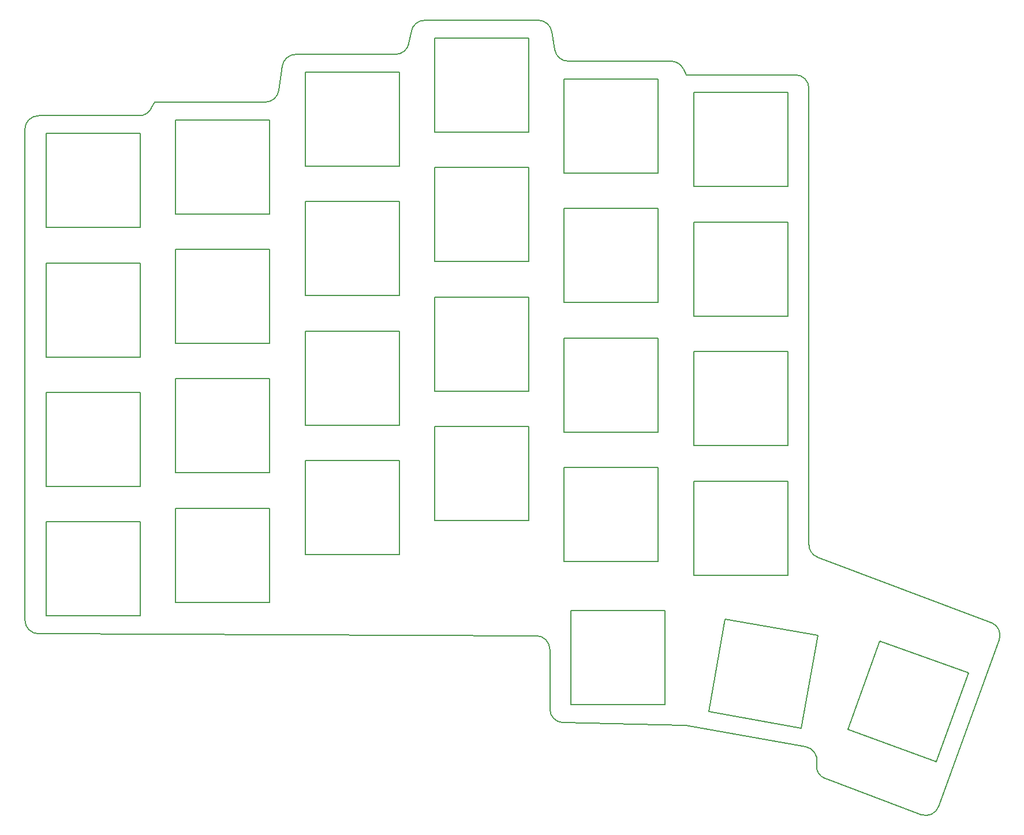
<source format=gbr>
%TF.GenerationSoftware,KiCad,Pcbnew,8.0.5-8.0.5-0~ubuntu20.04.1*%
%TF.CreationDate,2024-10-07T16:44:29+02:00*%
%TF.ProjectId,switchplate,73776974-6368-4706-9c61-74652e6b6963,v1.0.0*%
%TF.SameCoordinates,Original*%
%TF.FileFunction,Profile,NP*%
%FSLAX46Y46*%
G04 Gerber Fmt 4.6, Leading zero omitted, Abs format (unit mm)*
G04 Created by KiCad (PCBNEW 8.0.5-8.0.5-0~ubuntu20.04.1) date 2024-10-07 16:44:29*
%MOMM*%
%LPD*%
G01*
G04 APERTURE LIST*
%TA.AperFunction,Profile*%
%ADD10C,0.150000*%
%TD*%
G04 APERTURE END LIST*
D10*
X224021278Y-184856373D02*
X232914098Y-160423552D01*
X221438188Y-186044444D02*
X207387249Y-180762856D01*
X206121339Y-178543449D02*
X206145578Y-178405982D01*
X204523259Y-176089070D02*
X186945837Y-172989696D01*
X186645344Y-172959859D02*
X168953197Y-172545721D01*
X167000000Y-170546268D02*
X167000000Y-161801964D01*
X165008052Y-159801980D02*
X91991948Y-159508020D01*
X90000000Y-157508036D02*
X90000000Y-85500000D01*
X92000000Y-83500000D02*
X106763932Y-83500000D01*
X108552786Y-82394427D02*
X109000000Y-81500000D01*
X109000000Y-81500000D02*
X125265409Y-81500000D01*
X127245308Y-79782843D02*
X127754692Y-76217157D01*
X129734591Y-74500000D02*
X144360392Y-74500000D01*
X146321554Y-72892232D02*
X146678446Y-71107768D01*
X148639608Y-69500000D02*
X165305746Y-69500000D01*
X167278534Y-71171202D02*
X167721466Y-73828798D01*
X169694254Y-75500000D02*
X184763932Y-75500000D01*
X186552786Y-76605573D02*
X187000000Y-77500000D01*
X187000000Y-77500000D02*
X203000000Y-77500000D01*
X205000000Y-79500000D02*
X205000000Y-146415963D01*
X206295269Y-148287687D02*
X231739444Y-157867787D01*
X224021278Y-184856373D02*
G75*
G02*
X221438188Y-186044444I-1879385J684040D01*
G01*
X207387250Y-180762856D02*
G75*
G02*
X206121339Y-178543449I703705J1872111D01*
G01*
X204523259Y-176089071D02*
G75*
G02*
X206145578Y-178405982I-347296J-1969615D01*
G01*
X186645344Y-172959859D02*
G75*
G02*
X186945837Y-172989696I-46804J-1999453D01*
G01*
X168953197Y-172545720D02*
G75*
G02*
X167000000Y-170546268I46803J1999452D01*
G01*
X165008052Y-159801980D02*
G75*
G02*
X167000000Y-161801964I-8052J-1999984D01*
G01*
X91991948Y-159508020D02*
G75*
G02*
X90000000Y-157508036I8052J1999984D01*
G01*
X90000000Y-85500000D02*
G75*
G02*
X92000000Y-83500000I2000000J0D01*
G01*
X108552786Y-82394427D02*
G75*
G02*
X106763932Y-83500000I-1788854J894427D01*
G01*
X127245308Y-79782843D02*
G75*
G02*
X125265409Y-81500000I-1979899J282843D01*
G01*
X127754692Y-76217157D02*
G75*
G02*
X129734591Y-74500000I1979899J-282843D01*
G01*
X146321553Y-72892232D02*
G75*
G02*
X144360392Y-74500000I-1961161J392232D01*
G01*
X146678447Y-71107768D02*
G75*
G02*
X148639608Y-69500000I1961161J-392232D01*
G01*
X165305746Y-69500000D02*
G75*
G02*
X167278534Y-71171202I0J-2000000D01*
G01*
X169694254Y-75500000D02*
G75*
G02*
X167721466Y-73828798I0J2000000D01*
G01*
X184763932Y-75500000D02*
G75*
G02*
X186552786Y-76605573I0J-2000000D01*
G01*
X203000000Y-77500000D02*
G75*
G02*
X205000000Y-79500000I0J-2000000D01*
G01*
X206295269Y-148287688D02*
G75*
G02*
X205000000Y-146415963I704731J1871725D01*
G01*
X231739443Y-157867786D02*
G75*
G02*
X232914098Y-160423552I-704731J-1871726D01*
G01*
X93100000Y-156900000D02*
X106900000Y-156900000D01*
X106900000Y-156900000D02*
X106900000Y-143100000D01*
X106900000Y-143100000D02*
X93100000Y-143100000D01*
X93100000Y-143100000D02*
X93100000Y-156900000D01*
X93100000Y-137900000D02*
X106900000Y-137900000D01*
X106900000Y-137900000D02*
X106900000Y-124100000D01*
X106900000Y-124100000D02*
X93100000Y-124100000D01*
X93100000Y-124100000D02*
X93100000Y-137900000D01*
X93100000Y-118900000D02*
X106900000Y-118900000D01*
X106900000Y-118900000D02*
X106900000Y-105100000D01*
X106900000Y-105100000D02*
X93100000Y-105100000D01*
X93100000Y-105100000D02*
X93100000Y-118900000D01*
X93100000Y-99900000D02*
X106900000Y-99900000D01*
X106900000Y-99900000D02*
X106900000Y-86100000D01*
X106900000Y-86100000D02*
X93100000Y-86100000D01*
X93100000Y-86100000D02*
X93100000Y-99900000D01*
X112100000Y-154900000D02*
X125900000Y-154900000D01*
X125900000Y-154900000D02*
X125900000Y-141100000D01*
X125900000Y-141100000D02*
X112100000Y-141100000D01*
X112100000Y-141100000D02*
X112100000Y-154900000D01*
X112100000Y-135900000D02*
X125900000Y-135900000D01*
X125900000Y-135900000D02*
X125900000Y-122100000D01*
X125900000Y-122100000D02*
X112100000Y-122100000D01*
X112100000Y-122100000D02*
X112100000Y-135900000D01*
X112100000Y-116900000D02*
X125900000Y-116900000D01*
X125900000Y-116900000D02*
X125900000Y-103100000D01*
X125900000Y-103100000D02*
X112100000Y-103100000D01*
X112100000Y-103100000D02*
X112100000Y-116900000D01*
X112100000Y-97900000D02*
X125900000Y-97900000D01*
X125900000Y-97900000D02*
X125900000Y-84100000D01*
X125900000Y-84100000D02*
X112100000Y-84100000D01*
X112100000Y-84100000D02*
X112100000Y-97900000D01*
X131100000Y-147900000D02*
X144900000Y-147900000D01*
X144900000Y-147900000D02*
X144900000Y-134100000D01*
X144900000Y-134100000D02*
X131100000Y-134100000D01*
X131100000Y-134100000D02*
X131100000Y-147900000D01*
X131100000Y-128900000D02*
X144900000Y-128900000D01*
X144900000Y-128900000D02*
X144900000Y-115100000D01*
X144900000Y-115100000D02*
X131100000Y-115100000D01*
X131100000Y-115100000D02*
X131100000Y-128900000D01*
X131100000Y-109900000D02*
X144900000Y-109900000D01*
X144900000Y-109900000D02*
X144900000Y-96100000D01*
X144900000Y-96100000D02*
X131100000Y-96100000D01*
X131100000Y-96100000D02*
X131100000Y-109900000D01*
X131100000Y-90900000D02*
X144900000Y-90900000D01*
X144900000Y-90900000D02*
X144900000Y-77100000D01*
X144900000Y-77100000D02*
X131100000Y-77100000D01*
X131100000Y-77100000D02*
X131100000Y-90900000D01*
X150100000Y-142900000D02*
X163900000Y-142900000D01*
X163900000Y-142900000D02*
X163900000Y-129100000D01*
X163900000Y-129100000D02*
X150100000Y-129100000D01*
X150100000Y-129100000D02*
X150100000Y-142900000D01*
X150100000Y-123900000D02*
X163900000Y-123900000D01*
X163900000Y-123900000D02*
X163900000Y-110100000D01*
X163900000Y-110100000D02*
X150100000Y-110100000D01*
X150100000Y-110100000D02*
X150100000Y-123900000D01*
X150100000Y-104900000D02*
X163900000Y-104900000D01*
X163900000Y-104900000D02*
X163900000Y-91100000D01*
X163900000Y-91100000D02*
X150100000Y-91100000D01*
X150100000Y-91100000D02*
X150100000Y-104900000D01*
X150100000Y-85900000D02*
X163900000Y-85900000D01*
X163900000Y-85900000D02*
X163900000Y-72100000D01*
X163900000Y-72100000D02*
X150100000Y-72100000D01*
X150100000Y-72100000D02*
X150100000Y-85900000D01*
X169100000Y-148900000D02*
X182900000Y-148900000D01*
X182900000Y-148900000D02*
X182900000Y-135100000D01*
X182900000Y-135100000D02*
X169100000Y-135100000D01*
X169100000Y-135100000D02*
X169100000Y-148900000D01*
X169100000Y-129900000D02*
X182900000Y-129900000D01*
X182900000Y-129900000D02*
X182900000Y-116100000D01*
X182900000Y-116100000D02*
X169100000Y-116100000D01*
X169100000Y-116100000D02*
X169100000Y-129900000D01*
X169100000Y-110900000D02*
X182900000Y-110900000D01*
X182900000Y-110900000D02*
X182900000Y-97100000D01*
X182900000Y-97100000D02*
X169100000Y-97100000D01*
X169100000Y-97100000D02*
X169100000Y-110900000D01*
X169100000Y-91900000D02*
X182900000Y-91900000D01*
X182900000Y-91900000D02*
X182900000Y-78100000D01*
X182900000Y-78100000D02*
X169100000Y-78100000D01*
X169100000Y-78100000D02*
X169100000Y-91900000D01*
X188100000Y-150900000D02*
X201900000Y-150900000D01*
X201900000Y-150900000D02*
X201900000Y-137100000D01*
X201900000Y-137100000D02*
X188100000Y-137100000D01*
X188100000Y-137100000D02*
X188100000Y-150900000D01*
X188100000Y-131900000D02*
X201900000Y-131900000D01*
X201900000Y-131900000D02*
X201900000Y-118100000D01*
X201900000Y-118100000D02*
X188100000Y-118100000D01*
X188100000Y-118100000D02*
X188100000Y-131900000D01*
X188100000Y-112900000D02*
X201900000Y-112900000D01*
X201900000Y-112900000D02*
X201900000Y-99100000D01*
X201900000Y-99100000D02*
X188100000Y-99100000D01*
X188100000Y-99100000D02*
X188100000Y-112900000D01*
X188100000Y-93900000D02*
X201900000Y-93900000D01*
X201900000Y-93900000D02*
X201900000Y-80100000D01*
X201900000Y-80100000D02*
X188100000Y-80100000D01*
X188100000Y-80100000D02*
X188100000Y-93900000D01*
X170100000Y-169900000D02*
X183900000Y-169900000D01*
X183900000Y-169900000D02*
X183900000Y-156100000D01*
X183900000Y-156100000D02*
X170100000Y-156100000D01*
X170100000Y-156100000D02*
X170100000Y-169900000D01*
X190301109Y-170941212D02*
X203891456Y-173337557D01*
X203891456Y-173337557D02*
X206287801Y-159747210D01*
X206287801Y-159747210D02*
X192697454Y-157350865D01*
X192697454Y-157350865D02*
X190301109Y-170941212D01*
X223657191Y-178254803D02*
X228377069Y-165287045D01*
X228377069Y-165287045D02*
X215409311Y-160567167D01*
X215409311Y-160567167D02*
X210689433Y-173534925D01*
X210689433Y-173534925D02*
X223657191Y-178254803D01*
M02*

</source>
